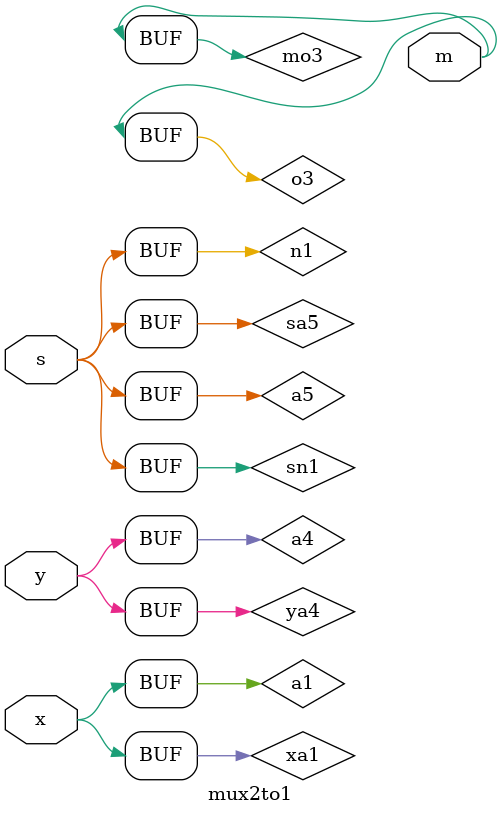
<source format=v>
`timescale 1ns / 1ns // `timescale time_unit/time_precision



    //block1 B1 (
      //  .in1(SW[0]), // assign port SW[0] to port in1
        //.out1(Connection) // assign wire Connection to port out1
    //);
    //block2 B2 (
      //  .in2(Connection), // assign wire Connection to port in2
        //.out2(LEDR[5]) // assign port LEDR[5] to port out2
    //);
//endmodule

module v7404 (pin1, pin3, pin5, pin9, pin11, pin13, pin2, pin4, pin6, pin8, pin10, pin12);
    input pin1, pin3, pin5, pin13, pin11, pin9;
    output pin2, pin4, pin6, pin12, pin10, pin8;
    assign pin2 = ~pin1;
    assign pin4 = ~pin3;
    assign pin6 = ~pin5;
    assign pin12= ~pin13;
    assign pin10 = ~pin11;
    assign pin8 = ~pin9;
endmodule

module v7408 (pin1, pin2, pin3, pin4, pin5, pin6);
    input pin1, pin2, pin4, pin5;
    output pin3, pin6;
    assign pin3 = pin1 & pin2;
    assign pin6 = pin4 & pin5;
endmodule    

//************************************************************
module AND_2 (
    input wire A,
    input wire B,
    output wire Y
);

assign Y = A & B;

endmodule

module IC_7408 (
    input wire a1,
    input wire B1,
    input wire a4,
    input wire B2,
    input wire a,
    input wire B3,
    input wire A4,
    input wire B4,
    output wire Y1,
    output wire Y2,
    output wire Y3,
    output wire Y4
);

AND_2 U1 (.A(a1), .B(B1), .Y(Y1));
AND_2 U2 (.A(A2), .B(B2), .Y(Y2));
AND_2 U3 (.A(A3), .B(B3), .Y(Y3));
AND_2 U4 (.A(A4), .B(B4), .Y(Y4));

endmodule
//******************************************************

module v7432 (pin1, pin3, pin5, pin9, pin11, pin13, pin2, pin4, pin6, pin8, pin10, pin12);
    input pin1, pin2, pin4, pin5, pin13, pin12, pin10, pin9;
    output pin3, pin6, pin11, pin8;
    assign pin3 = pin1 | pin2;
    assign pin6 = pin4 | pin5;
    assign pin11 = pin12 | pin13;
    assign pin8 = pin9 | pin10;
endmodule 

module mux2to1(x, y, s, m);
    input x; //select 0
    input y; //select 1
    input s; //select signal
    output m; //output
    
    //declare all wires, refer to schematic
    wire sn1, n2a2, xa1, a3o1, ya4, sa5, a6o2, mo3;


    //instantiate not, and, and or chips
    v7404 NOT (n1, n3, n5, n9,  n11, n13, n2, n4, n6,n8,n10,n12);
    v7404 AND (a1, a3, a5, a9, a11, a13, a2, a4, a6, a8, a10, a12);
    v7404 OR (o1, o3, o5, o9, o11, o13, o2, o4, o6, o8, o10, o12);

    //connect wires

	assign sn1 = s;
	assign n1 = sn1;
	//assign n2a2 = n2;
	assign a2 = ~s;
	assign xa1 = x;
	assign a1 = xa1;
	assign a3o1 = a3;
	assign o1 = a3o1;
	assign ya4 = y;
	assign a4 = ya4;
	assign sa5 = s;
	assign a5 = sa5;
	assign a6o2 = a6;
	assign o2 = a6o2;
	assign mo3 = o3;
	assign m = mo3;
	
        
endmodule
</source>
